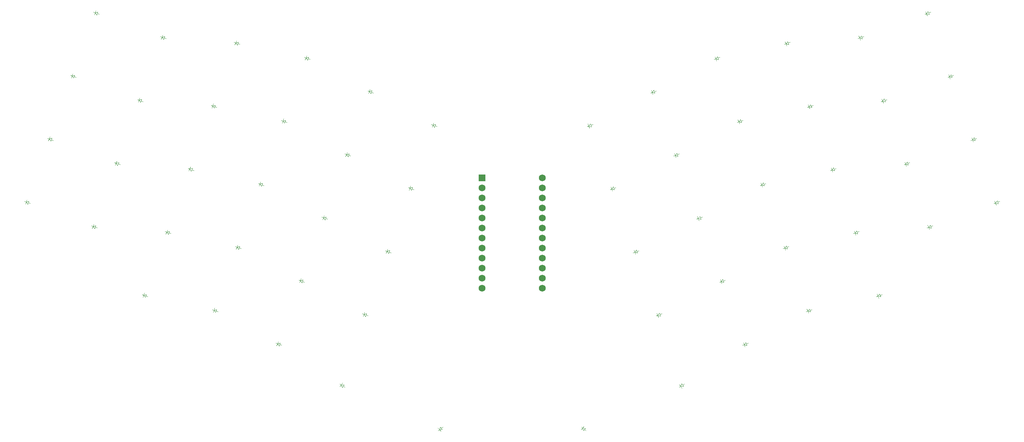
<source format=gbr>
%TF.GenerationSoftware,KiCad,Pcbnew,7.0.1-0*%
%TF.CreationDate,2023-04-16T11:56:44-05:00*%
%TF.ProjectId,tutorial,7475746f-7269-4616-9c2e-6b696361645f,v1.0.0*%
%TF.SameCoordinates,Original*%
%TF.FileFunction,Legend,Bot*%
%TF.FilePolarity,Positive*%
%FSLAX46Y46*%
G04 Gerber Fmt 4.6, Leading zero omitted, Abs format (unit mm)*
G04 Created by KiCad (PCBNEW 7.0.1-0) date 2023-04-16 11:56:44*
%MOMM*%
%LPD*%
G01*
G04 APERTURE LIST*
%ADD10C,0.100000*%
%ADD11R,1.752600X1.752600*%
%ADD12C,1.752600*%
G04 APERTURE END LIST*
D10*
%TO.C,D35*%
X280870272Y-134510732D02*
X281246149Y-134373924D01*
X281246149Y-134373924D02*
X281058038Y-133857093D01*
X281246149Y-134373924D02*
X281434260Y-134890755D01*
X281246149Y-134373924D02*
X281673156Y-133792835D01*
X281673156Y-133792835D02*
X281946772Y-134544589D01*
X281809964Y-134168712D02*
X282279810Y-133997702D01*
X281946772Y-134544589D02*
X281246149Y-134373924D01*
%TO.C,D10*%
X93977081Y-151430374D02*
X94352958Y-151567182D01*
X94352958Y-151567182D02*
X94541069Y-151050351D01*
X94352958Y-151567182D02*
X94164847Y-152084013D01*
X94352958Y-151567182D02*
X95053581Y-151396517D01*
X95053581Y-151396517D02*
X94779965Y-152148271D01*
X94916773Y-151772394D02*
X95386619Y-151943404D01*
X94779965Y-152148271D02*
X94352958Y-151567182D01*
%TO.C,D25*%
X149679775Y-156273917D02*
X150055652Y-156410725D01*
X150055652Y-156410725D02*
X150243763Y-155893894D01*
X150055652Y-156410725D02*
X149867541Y-156927556D01*
X150055652Y-156410725D02*
X150756275Y-156240060D01*
X150756275Y-156240060D02*
X150482659Y-156991814D01*
X150619467Y-156615937D02*
X151089313Y-156786947D01*
X150482659Y-156991814D02*
X150055652Y-156410725D01*
%TO.C,D39*%
X268060040Y-151943404D02*
X268435917Y-151806596D01*
X268435917Y-151806596D02*
X268247806Y-151289765D01*
X268435917Y-151806596D02*
X268624028Y-152323427D01*
X268435917Y-151806596D02*
X268862924Y-151225507D01*
X268862924Y-151225507D02*
X269136540Y-151977261D01*
X268999732Y-151601384D02*
X269469578Y-151430374D01*
X269136540Y-151977261D02*
X268435917Y-151806596D01*
%TO.C,D41*%
X256431353Y-119993856D02*
X256807230Y-119857048D01*
X256807230Y-119857048D02*
X256619119Y-119340217D01*
X256807230Y-119857048D02*
X256995341Y-120373879D01*
X256807230Y-119857048D02*
X257234237Y-119275959D01*
X257234237Y-119275959D02*
X257507853Y-120027713D01*
X257371045Y-119651836D02*
X257840891Y-119480826D01*
X257507853Y-120027713D02*
X256807230Y-119857048D01*
%TO.C,D43*%
X256104867Y-171725310D02*
X256480744Y-171588502D01*
X256480744Y-171588502D02*
X256292633Y-171071671D01*
X256480744Y-171588502D02*
X256668855Y-172105333D01*
X256480744Y-171588502D02*
X256907751Y-171007413D01*
X256907751Y-171007413D02*
X257181367Y-171759167D01*
X257044559Y-171383290D02*
X257514405Y-171212280D01*
X257181367Y-171759167D02*
X256480744Y-171588502D01*
%TO.C,D29*%
X163049618Y-201864314D02*
X163356035Y-201607199D01*
X163356035Y-201607199D02*
X163002502Y-201185874D01*
X163356035Y-201607199D02*
X163709569Y-202028523D01*
X163356035Y-201607199D02*
X163558547Y-200915108D01*
X163558547Y-200915108D02*
X164072777Y-201527944D01*
X163815662Y-201221526D02*
X164198684Y-200900132D01*
X164072777Y-201527944D02*
X163356035Y-201607199D01*
%TO.C,D36*%
X275055921Y-118535957D02*
X275431798Y-118399149D01*
X275431798Y-118399149D02*
X275243687Y-117882318D01*
X275431798Y-118399149D02*
X275619909Y-118915980D01*
X275431798Y-118399149D02*
X275858805Y-117818060D01*
X275858805Y-117818060D02*
X276132421Y-118569814D01*
X275995613Y-118193937D02*
X276465459Y-118022927D01*
X276132421Y-118569814D02*
X275431798Y-118399149D01*
%TO.C,D17*%
X123375292Y-123287951D02*
X123751169Y-123424759D01*
X123751169Y-123424759D02*
X123939280Y-122907928D01*
X123751169Y-123424759D02*
X123563058Y-123941590D01*
X123751169Y-123424759D02*
X124451792Y-123254094D01*
X124451792Y-123254094D02*
X124178176Y-124005848D01*
X124314984Y-123629971D02*
X124784830Y-123800981D01*
X124178176Y-124005848D02*
X123751169Y-123424759D01*
%TO.C,D16*%
X117560939Y-139262730D02*
X117936816Y-139399538D01*
X117936816Y-139399538D02*
X118124927Y-138882707D01*
X117936816Y-139399538D02*
X117748705Y-139916369D01*
X117936816Y-139399538D02*
X118637439Y-139228873D01*
X118637439Y-139228873D02*
X118363823Y-139980627D01*
X118500631Y-139604750D02*
X118970477Y-139775760D01*
X118363823Y-139980627D02*
X117936816Y-139399538D01*
%TO.C,D26*%
X155494118Y-140299144D02*
X155869995Y-140435952D01*
X155869995Y-140435952D02*
X156058106Y-139919121D01*
X155869995Y-140435952D02*
X155681884Y-140952783D01*
X155869995Y-140435952D02*
X156570618Y-140265287D01*
X156570618Y-140265287D02*
X156297002Y-141017041D01*
X156433810Y-140641164D02*
X156903656Y-140812174D01*
X156297002Y-141017041D02*
X155869995Y-140435952D01*
%TO.C,D22*%
X139434709Y-131793551D02*
X139810586Y-131930359D01*
X139810586Y-131930359D02*
X139998697Y-131413528D01*
X139810586Y-131930359D02*
X139622475Y-132447190D01*
X139810586Y-131930359D02*
X140511209Y-131759694D01*
X140511209Y-131759694D02*
X140237593Y-132511448D01*
X140374401Y-132135571D02*
X140844247Y-132306581D01*
X140237593Y-132511448D02*
X139810586Y-131930359D01*
%TO.C,D1*%
X58438045Y-143816104D02*
X58813922Y-143952912D01*
X58813922Y-143952912D02*
X59002033Y-143436081D01*
X58813922Y-143952912D02*
X58625811Y-144469743D01*
X58813922Y-143952912D02*
X59514545Y-143782247D01*
X59514545Y-143782247D02*
X59240929Y-144534001D01*
X59377737Y-144158124D02*
X59847583Y-144329134D01*
X59240929Y-144534001D02*
X58813922Y-143952912D01*
%TO.C,D30*%
X303599074Y-144329138D02*
X303974951Y-144192330D01*
X303974951Y-144192330D02*
X303786840Y-143675499D01*
X303974951Y-144192330D02*
X304163062Y-144709161D01*
X303974951Y-144192330D02*
X304401958Y-143611241D01*
X304401958Y-143611241D02*
X304675574Y-144362995D01*
X304538766Y-143987118D02*
X305008612Y-143816108D01*
X304675574Y-144362995D02*
X303974951Y-144192330D01*
%TO.C,D21*%
X133620358Y-147768323D02*
X133996235Y-147905131D01*
X133996235Y-147905131D02*
X134184346Y-147388300D01*
X133996235Y-147905131D02*
X133808124Y-148421962D01*
X133996235Y-147905131D02*
X134696858Y-147734466D01*
X134696858Y-147734466D02*
X134423242Y-148486220D01*
X134560050Y-148110343D02*
X135029896Y-148281353D01*
X134423242Y-148486220D02*
X133996235Y-147905131D01*
%TO.C,D50*%
X228416763Y-148281358D02*
X228792640Y-148144550D01*
X228792640Y-148144550D02*
X228604529Y-147627719D01*
X228792640Y-148144550D02*
X228980751Y-148661381D01*
X228792640Y-148144550D02*
X229219647Y-147563461D01*
X229219647Y-147563461D02*
X229493263Y-148315215D01*
X229356455Y-147939338D02*
X229826301Y-147768328D01*
X229493263Y-148315215D02*
X228792640Y-148144550D01*
%TO.C,D34*%
X286684612Y-150485512D02*
X287060489Y-150348704D01*
X287060489Y-150348704D02*
X286872378Y-149831873D01*
X287060489Y-150348704D02*
X287248600Y-150865535D01*
X287060489Y-150348704D02*
X287487496Y-149767615D01*
X287487496Y-149767615D02*
X287761112Y-150519369D01*
X287624304Y-150143492D02*
X288094150Y-149972482D01*
X287761112Y-150519369D02*
X287060489Y-150348704D01*
%TO.C,D37*%
X269241585Y-102561186D02*
X269617462Y-102424378D01*
X269617462Y-102424378D02*
X269429351Y-101907547D01*
X269617462Y-102424378D02*
X269805573Y-102941209D01*
X269617462Y-102424378D02*
X270044469Y-101843289D01*
X270044469Y-101843289D02*
X270318085Y-102595043D01*
X270181277Y-102219166D02*
X270651123Y-102048156D01*
X270318085Y-102595043D02*
X269617462Y-102424378D01*
%TO.C,D2*%
X64252392Y-127841334D02*
X64628269Y-127978142D01*
X64628269Y-127978142D02*
X64816380Y-127461311D01*
X64628269Y-127978142D02*
X64440158Y-128494973D01*
X64628269Y-127978142D02*
X65328892Y-127807477D01*
X65328892Y-127807477D02*
X65055276Y-128559231D01*
X65192084Y-128183354D02*
X65661930Y-128354364D01*
X65055276Y-128559231D02*
X64628269Y-127978142D01*
%TO.C,D15*%
X111746599Y-155237512D02*
X112122476Y-155374320D01*
X112122476Y-155374320D02*
X112310587Y-154857489D01*
X112122476Y-155374320D02*
X111934365Y-155891151D01*
X112122476Y-155374320D02*
X112823099Y-155203655D01*
X112823099Y-155203655D02*
X112549483Y-155955409D01*
X112686291Y-155579532D02*
X113156137Y-155750542D01*
X112549483Y-155955409D02*
X112122476Y-155374320D01*
%TO.C,D3*%
X70066729Y-111866561D02*
X70442606Y-112003369D01*
X70442606Y-112003369D02*
X70630717Y-111486538D01*
X70442606Y-112003369D02*
X70254495Y-112520200D01*
X70442606Y-112003369D02*
X71143229Y-111832704D01*
X71143229Y-111832704D02*
X70869613Y-112584458D01*
X71006421Y-112208581D02*
X71476267Y-112379591D01*
X70869613Y-112584458D02*
X70442606Y-112003369D01*
%TO.C,D32*%
X291970393Y-112379592D02*
X292346270Y-112242784D01*
X292346270Y-112242784D02*
X292158159Y-111725953D01*
X292346270Y-112242784D02*
X292534381Y-112759615D01*
X292346270Y-112242784D02*
X292773277Y-111661695D01*
X292773277Y-111661695D02*
X293046893Y-112413449D01*
X292910085Y-112037572D02*
X293379931Y-111866562D01*
X293046893Y-112413449D02*
X292346270Y-112242784D01*
%TO.C,D12*%
X105605761Y-119480824D02*
X105981638Y-119617632D01*
X105981638Y-119617632D02*
X106169749Y-119100801D01*
X105981638Y-119617632D02*
X105793527Y-120134463D01*
X105981638Y-119617632D02*
X106682261Y-119446967D01*
X106682261Y-119446967D02*
X106408645Y-120198721D01*
X106545453Y-119822844D02*
X107015299Y-119993854D01*
X106408645Y-120198721D02*
X105981638Y-119617632D01*
%TO.C,D19*%
X121991682Y-179717877D02*
X122367559Y-179854685D01*
X122367559Y-179854685D02*
X122555670Y-179337854D01*
X122367559Y-179854685D02*
X122179448Y-180371516D01*
X122367559Y-179854685D02*
X123068182Y-179684020D01*
X123068182Y-179684020D02*
X122794566Y-180435774D01*
X122931374Y-180059897D02*
X123401220Y-180230907D01*
X122794566Y-180435774D02*
X122367559Y-179854685D01*
%TO.C,D38*%
X273874384Y-167918176D02*
X274250261Y-167781368D01*
X274250261Y-167781368D02*
X274062150Y-167264537D01*
X274250261Y-167781368D02*
X274438372Y-168298199D01*
X274250261Y-167781368D02*
X274677268Y-167200279D01*
X274677268Y-167200279D02*
X274950884Y-167952033D01*
X274814076Y-167576156D02*
X275283922Y-167405146D01*
X274950884Y-167952033D02*
X274250261Y-167781368D01*
%TO.C,D40*%
X262245700Y-135968633D02*
X262621577Y-135831825D01*
X262621577Y-135831825D02*
X262433466Y-135314994D01*
X262621577Y-135831825D02*
X262809688Y-136348656D01*
X262621577Y-135831825D02*
X263048584Y-135250736D01*
X263048584Y-135250736D02*
X263322200Y-136002490D01*
X263185392Y-135626613D02*
X263655238Y-135455603D01*
X263322200Y-136002490D02*
X262621577Y-135831825D01*
%TO.C,D56*%
X200728662Y-124837403D02*
X201104539Y-124700595D01*
X201104539Y-124700595D02*
X200916428Y-124183764D01*
X201104539Y-124700595D02*
X201292650Y-125217426D01*
X201104539Y-124700595D02*
X201531546Y-124119506D01*
X201531546Y-124119506D02*
X201805162Y-124871260D01*
X201668354Y-124495383D02*
X202138200Y-124324373D01*
X201805162Y-124871260D02*
X201104539Y-124700595D01*
%TO.C,D33*%
X286156052Y-96404811D02*
X286531929Y-96268003D01*
X286531929Y-96268003D02*
X286343818Y-95751172D01*
X286531929Y-96268003D02*
X286720040Y-96784834D01*
X286531929Y-96268003D02*
X286958936Y-95686914D01*
X286958936Y-95686914D02*
X287232552Y-96438668D01*
X287095744Y-96062791D02*
X287565590Y-95891781D01*
X287232552Y-96438668D02*
X286531929Y-96268003D01*
%TO.C,D46*%
X238661838Y-123800984D02*
X239037715Y-123664176D01*
X239037715Y-123664176D02*
X238849604Y-123147345D01*
X239037715Y-123664176D02*
X239225826Y-124181007D01*
X239037715Y-123664176D02*
X239464722Y-123083087D01*
X239464722Y-123083087D02*
X239738338Y-123834841D01*
X239601530Y-123458964D02*
X240071376Y-123287954D01*
X239738338Y-123834841D02*
X239037715Y-123664176D01*
%TO.C,D47*%
X232847502Y-107826205D02*
X233223379Y-107689397D01*
X233223379Y-107689397D02*
X233035268Y-107172566D01*
X233223379Y-107689397D02*
X233411490Y-108206228D01*
X233223379Y-107689397D02*
X233650386Y-107108308D01*
X233650386Y-107108308D02*
X233924002Y-107860062D01*
X233787194Y-107484185D02*
X234257040Y-107313175D01*
X233924002Y-107860062D02*
X233223379Y-107689397D01*
%TO.C,D20*%
X127806009Y-163743098D02*
X128181886Y-163879906D01*
X128181886Y-163879906D02*
X128369997Y-163363075D01*
X128181886Y-163879906D02*
X127993775Y-164396737D01*
X128181886Y-163879906D02*
X128882509Y-163709241D01*
X128882509Y-163709241D02*
X128608893Y-164460995D01*
X128745701Y-164085118D02*
X129215547Y-164256128D01*
X128608893Y-164460995D02*
X128181886Y-163879906D01*
%TO.C,D31*%
X297784726Y-128354359D02*
X298160603Y-128217551D01*
X298160603Y-128217551D02*
X297972492Y-127700720D01*
X298160603Y-128217551D02*
X298348714Y-128734382D01*
X298160603Y-128217551D02*
X298587610Y-127636462D01*
X298587610Y-127636462D02*
X298861226Y-128388216D01*
X298724418Y-128012339D02*
X299194264Y-127841329D01*
X298861226Y-128388216D02*
X298160603Y-128217551D01*
%TO.C,D45*%
X244476184Y-139775761D02*
X244852061Y-139638953D01*
X244852061Y-139638953D02*
X244663950Y-139122122D01*
X244852061Y-139638953D02*
X245040172Y-140155784D01*
X244852061Y-139638953D02*
X245279068Y-139057864D01*
X245279068Y-139057864D02*
X245552684Y-139809618D01*
X245415876Y-139433741D02*
X245885722Y-139262731D01*
X245552684Y-139809618D02*
X244852061Y-139638953D01*
%TO.C,D18*%
X129189627Y-107313186D02*
X129565504Y-107449994D01*
X129565504Y-107449994D02*
X129753615Y-106933163D01*
X129565504Y-107449994D02*
X129377393Y-107966825D01*
X129565504Y-107449994D02*
X130266127Y-107279329D01*
X130266127Y-107279329D02*
X129992511Y-108031083D01*
X130129319Y-107655206D02*
X130599165Y-107826216D01*
X129992511Y-108031083D02*
X129565504Y-107449994D01*
%TO.C,D42*%
X250617018Y-104019079D02*
X250992895Y-103882271D01*
X250992895Y-103882271D02*
X250804784Y-103365440D01*
X250992895Y-103882271D02*
X251181006Y-104399102D01*
X250992895Y-103882271D02*
X251419902Y-103301182D01*
X251419902Y-103301182D02*
X251693518Y-104052936D01*
X251556710Y-103677059D02*
X252026556Y-103506049D01*
X251693518Y-104052936D02*
X250992895Y-103882271D01*
%TO.C,D58*%
X199247970Y-200900129D02*
X199554387Y-201157244D01*
X199554387Y-201157244D02*
X199907921Y-200735920D01*
X199554387Y-201157244D02*
X199200854Y-201578569D01*
X199554387Y-201157244D02*
X200271129Y-201236499D01*
X200271129Y-201236499D02*
X199756899Y-201849335D01*
X200014014Y-201542917D02*
X200397036Y-201864311D01*
X199756899Y-201849335D02*
X199554387Y-201157244D01*
%TO.C,D11*%
X99791423Y-135455603D02*
X100167300Y-135592411D01*
X100167300Y-135592411D02*
X100355411Y-135075580D01*
X100167300Y-135592411D02*
X99979189Y-136109242D01*
X100167300Y-135592411D02*
X100867923Y-135421746D01*
X100867923Y-135421746D02*
X100594307Y-136173500D01*
X100731115Y-135797623D02*
X101200961Y-135968633D01*
X100594307Y-136173500D02*
X100167300Y-135592411D01*
%TO.C,D24*%
X143865433Y-172248688D02*
X144241310Y-172385496D01*
X144241310Y-172385496D02*
X144429421Y-171868665D01*
X144241310Y-172385496D02*
X144053199Y-172902327D01*
X144241310Y-172385496D02*
X144941933Y-172214831D01*
X144941933Y-172214831D02*
X144668317Y-172966585D01*
X144805125Y-172590708D02*
X145274971Y-172761718D01*
X144668317Y-172966585D02*
X144241310Y-172385496D01*
%TO.C,D44*%
X250290518Y-155750534D02*
X250666395Y-155613726D01*
X250666395Y-155613726D02*
X250478284Y-155096895D01*
X250666395Y-155613726D02*
X250854506Y-156130557D01*
X250666395Y-155613726D02*
X251093402Y-155032637D01*
X251093402Y-155032637D02*
X251367018Y-155784391D01*
X251230210Y-155408514D02*
X251700056Y-155237504D01*
X251367018Y-155784391D02*
X250666395Y-155613726D01*
%TO.C,D5*%
X75352515Y-149972480D02*
X75728392Y-150109288D01*
X75728392Y-150109288D02*
X75916503Y-149592457D01*
X75728392Y-150109288D02*
X75540281Y-150626119D01*
X75728392Y-150109288D02*
X76429015Y-149938623D01*
X76429015Y-149938623D02*
X76155399Y-150690377D01*
X76292207Y-150314500D02*
X76762053Y-150485510D01*
X76155399Y-150690377D02*
X75728392Y-150109288D01*
%TO.C,D7*%
X86981201Y-118022929D02*
X87357078Y-118159737D01*
X87357078Y-118159737D02*
X87545189Y-117642906D01*
X87357078Y-118159737D02*
X87168967Y-118676568D01*
X87357078Y-118159737D02*
X88057701Y-117989072D01*
X88057701Y-117989072D02*
X87784085Y-118740826D01*
X87920893Y-118364949D02*
X88390739Y-118535959D01*
X87784085Y-118740826D02*
X87357078Y-118159737D01*
%TO.C,D54*%
X212357348Y-156786950D02*
X212733225Y-156650142D01*
X212733225Y-156650142D02*
X212545114Y-156133311D01*
X212733225Y-156650142D02*
X212921336Y-157166973D01*
X212733225Y-156650142D02*
X213160232Y-156069053D01*
X213160232Y-156069053D02*
X213433848Y-156820807D01*
X213297040Y-156444930D02*
X213766886Y-156273920D01*
X213433848Y-156820807D02*
X212733225Y-156650142D01*
%TO.C,D49*%
X234231107Y-164256132D02*
X234606984Y-164119324D01*
X234606984Y-164119324D02*
X234418873Y-163602493D01*
X234606984Y-164119324D02*
X234795095Y-164636155D01*
X234606984Y-164119324D02*
X235033991Y-163538235D01*
X235033991Y-163538235D02*
X235307607Y-164289989D01*
X235170799Y-163914112D02*
X235640645Y-163743102D01*
X235307607Y-164289989D02*
X234606984Y-164119324D01*
%TO.C,D53*%
X218171686Y-172761728D02*
X218547563Y-172624920D01*
X218547563Y-172624920D02*
X218359452Y-172108089D01*
X218547563Y-172624920D02*
X218735674Y-173141751D01*
X218547563Y-172624920D02*
X218974570Y-172043831D01*
X218974570Y-172043831D02*
X219248186Y-172795585D01*
X219111378Y-172419708D02*
X219581224Y-172248698D01*
X219248186Y-172795585D02*
X218547563Y-172624920D01*
%TO.C,D23*%
X145249039Y-115818776D02*
X145624916Y-115955584D01*
X145624916Y-115955584D02*
X145813027Y-115438753D01*
X145624916Y-115955584D02*
X145436805Y-116472415D01*
X145624916Y-115955584D02*
X146325539Y-115784919D01*
X146325539Y-115784919D02*
X146051923Y-116536673D01*
X146188731Y-116160796D02*
X146658577Y-116331806D01*
X146051923Y-116536673D02*
X145624916Y-115955584D01*
%TO.C,D4*%
X75881071Y-95891789D02*
X76256948Y-96028597D01*
X76256948Y-96028597D02*
X76445059Y-95511766D01*
X76256948Y-96028597D02*
X76068837Y-96545428D01*
X76256948Y-96028597D02*
X76957571Y-95857932D01*
X76957571Y-95857932D02*
X76683955Y-96609686D01*
X76820763Y-96233809D02*
X77290609Y-96404819D01*
X76683955Y-96609686D02*
X76256948Y-96028597D01*
%TO.C,D52*%
X216788077Y-116331806D02*
X217163954Y-116194998D01*
X217163954Y-116194998D02*
X216975843Y-115678167D01*
X217163954Y-116194998D02*
X217352065Y-116711829D01*
X217163954Y-116194998D02*
X217590961Y-115613909D01*
X217590961Y-115613909D02*
X217864577Y-116365663D01*
X217727769Y-115989786D02*
X218197615Y-115818776D01*
X217864577Y-116365663D02*
X217163954Y-116194998D01*
%TO.C,D55*%
X206543011Y-140812168D02*
X206918888Y-140675360D01*
X206918888Y-140675360D02*
X206730777Y-140158529D01*
X206918888Y-140675360D02*
X207106999Y-141192191D01*
X206918888Y-140675360D02*
X207345895Y-140094271D01*
X207345895Y-140094271D02*
X207619511Y-140846025D01*
X207482703Y-140470148D02*
X207952549Y-140299138D01*
X207619511Y-140846025D02*
X206918888Y-140675360D01*
%TO.C,D13*%
X111420107Y-103506048D02*
X111795984Y-103642856D01*
X111795984Y-103642856D02*
X111984095Y-103126025D01*
X111795984Y-103642856D02*
X111607873Y-104159687D01*
X111795984Y-103642856D02*
X112496607Y-103472191D01*
X112496607Y-103472191D02*
X112222991Y-104223945D01*
X112359799Y-103848068D02*
X112829645Y-104019078D01*
X112222991Y-104223945D02*
X111795984Y-103642856D01*
%TO.C,D14*%
X105932256Y-171212275D02*
X106308133Y-171349083D01*
X106308133Y-171349083D02*
X106496244Y-170832252D01*
X106308133Y-171349083D02*
X106120022Y-171865914D01*
X106308133Y-171349083D02*
X107008756Y-171178418D01*
X107008756Y-171178418D02*
X106735140Y-171930172D01*
X106871948Y-171554295D02*
X107341794Y-171725305D01*
X106735140Y-171930172D02*
X106308133Y-171349083D01*
%TO.C,D48*%
X240045442Y-180230897D02*
X240421319Y-180094089D01*
X240421319Y-180094089D02*
X240233208Y-179577258D01*
X240421319Y-180094089D02*
X240609430Y-180610920D01*
X240421319Y-180094089D02*
X240848326Y-179513000D01*
X240848326Y-179513000D02*
X241121942Y-180264754D01*
X240985134Y-179888877D02*
X241454980Y-179717867D01*
X241121942Y-180264754D02*
X240421319Y-180094089D01*
%TO.C,D57*%
X224038871Y-190870885D02*
X224366532Y-190641455D01*
X224366532Y-190641455D02*
X224051065Y-190190921D01*
X224366532Y-190641455D02*
X224681999Y-191091988D01*
X224366532Y-190641455D02*
X224628592Y-189969648D01*
X224628592Y-189969648D02*
X225087454Y-190624970D01*
X224858023Y-190297309D02*
X225267599Y-190010521D01*
X225087454Y-190624970D02*
X224366532Y-190641455D01*
%TO.C,D6*%
X81166861Y-133997696D02*
X81542738Y-134134504D01*
X81542738Y-134134504D02*
X81730849Y-133617673D01*
X81542738Y-134134504D02*
X81354627Y-134651335D01*
X81542738Y-134134504D02*
X82243361Y-133963839D01*
X82243361Y-133963839D02*
X81969745Y-134715593D01*
X82106553Y-134339716D02*
X82576399Y-134510726D01*
X81969745Y-134715593D02*
X81542738Y-134134504D01*
%TO.C,D51*%
X222602420Y-132306575D02*
X222978297Y-132169767D01*
X222978297Y-132169767D02*
X222790186Y-131652936D01*
X222978297Y-132169767D02*
X223166408Y-132686598D01*
X222978297Y-132169767D02*
X223405304Y-131588678D01*
X223405304Y-131588678D02*
X223678920Y-132340432D01*
X223542112Y-131964555D02*
X224011958Y-131793545D01*
X223678920Y-132340432D02*
X222978297Y-132169767D01*
%TO.C,D27*%
X161308458Y-124324370D02*
X161684335Y-124461178D01*
X161684335Y-124461178D02*
X161872446Y-123944347D01*
X161684335Y-124461178D02*
X161496224Y-124978009D01*
X161684335Y-124461178D02*
X162384958Y-124290513D01*
X162384958Y-124290513D02*
X162111342Y-125042267D01*
X162248150Y-124666390D02*
X162717996Y-124837400D01*
X162111342Y-125042267D02*
X161684335Y-124461178D01*
%TO.C,D28*%
X138179058Y-190010520D02*
X138506719Y-190239950D01*
X138506719Y-190239950D02*
X138822186Y-189789417D01*
X138506719Y-190239950D02*
X138191252Y-190690484D01*
X138506719Y-190239950D02*
X139227641Y-190256435D01*
X139227641Y-190256435D02*
X138768779Y-190911757D01*
X138998210Y-190584096D02*
X139407786Y-190870884D01*
X138768779Y-190911757D02*
X138506719Y-190239950D01*
%TO.C,D9*%
X88162737Y-167405143D02*
X88538614Y-167541951D01*
X88538614Y-167541951D02*
X88726725Y-167025120D01*
X88538614Y-167541951D02*
X88350503Y-168058782D01*
X88538614Y-167541951D02*
X89239237Y-167371286D01*
X89239237Y-167371286D02*
X88965621Y-168123040D01*
X89102429Y-167747163D02*
X89572275Y-167918173D01*
X88965621Y-168123040D02*
X88538614Y-167541951D01*
%TO.C,D8*%
X92795537Y-102048154D02*
X93171414Y-102184962D01*
X93171414Y-102184962D02*
X93359525Y-101668131D01*
X93171414Y-102184962D02*
X92983303Y-102701793D01*
X93171414Y-102184962D02*
X93872037Y-102014297D01*
X93872037Y-102014297D02*
X93598421Y-102766051D01*
X93735229Y-102390174D02*
X94205075Y-102561184D01*
X93598421Y-102766051D02*
X93171414Y-102184962D01*
%TD*%
D11*
%TO.C,MCU1*%
X174103327Y-137861977D03*
D12*
X174103327Y-140401977D03*
X174103327Y-142941977D03*
X174103327Y-145481977D03*
X174103327Y-148021977D03*
X174103327Y-150561977D03*
X174103327Y-153101977D03*
X174103327Y-155641977D03*
X174103327Y-158181977D03*
X174103327Y-160721977D03*
X174103327Y-163261977D03*
X174103327Y-165801977D03*
X189343327Y-137861977D03*
X189343327Y-140401977D03*
X189343327Y-142941977D03*
X189343327Y-145481977D03*
X189343327Y-148021977D03*
X189343327Y-150561977D03*
X189343327Y-153101977D03*
X189343327Y-155641977D03*
X189343327Y-158181977D03*
X189343327Y-160721977D03*
X189343327Y-163261977D03*
X189343327Y-165801977D03*
%TD*%
M02*

</source>
